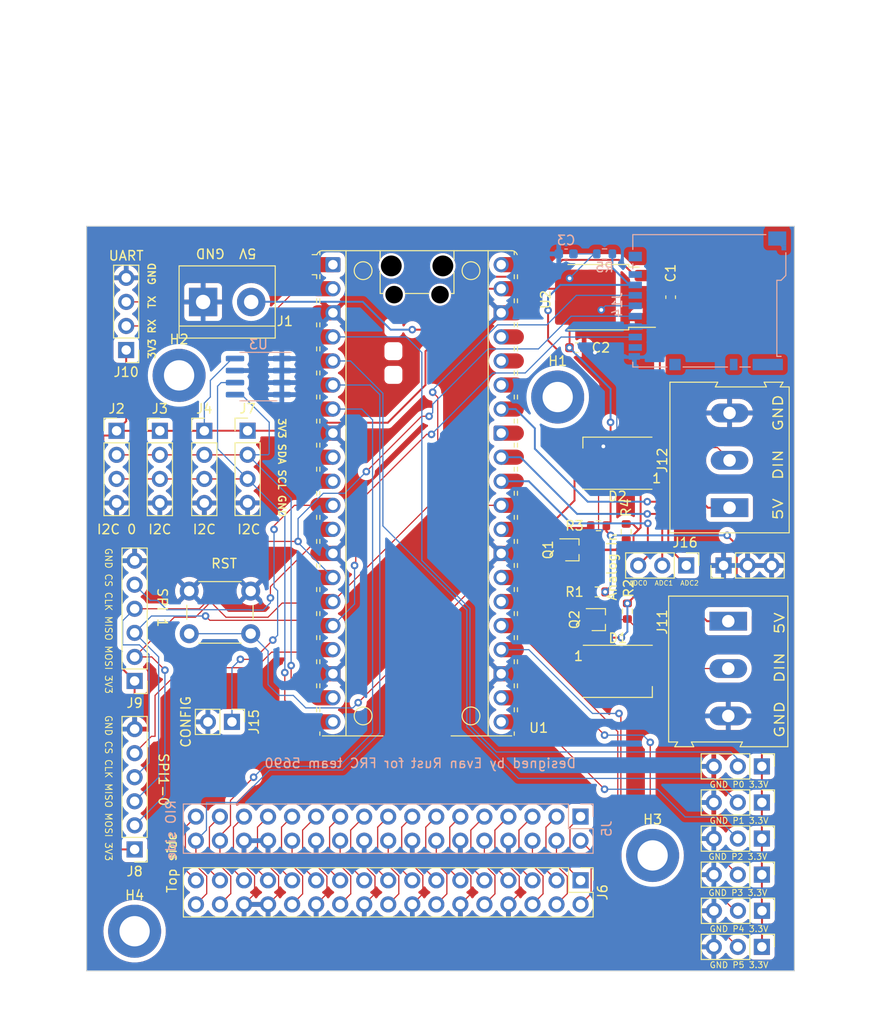
<source format=kicad_pcb>
(kicad_pcb (version 20221018) (generator pcbnew)
  (layers (0 "F.Cu" signal) (31 "B.Cu" signal) (34 "B.Paste" user) (35 "F.Paste" user) (36 "B.SilkS" user "B.Silkscreen") (37 "F.SilkS" user "F.Silkscreen") (38 "B.Mask" user) (39 "F.Mask" user) (44 "Edge.Cuts" user))
  (net 0 "")
  (net 6 "+5V")
  (net 7 "GND")
  (net 8 "+3.3V")
  (net 9 "Net-(D1-DOUT)")
  (net 10 "Net-(D1-DIN)")
  (net 11 "Net-(D2-DOUT)")
  (net 12 "Net-(D2-DIN)")
  (net 13 "/I2C1_SDA")
  (net 14 "/I2C1_SCL")
  (net 15 "/MXP_AO0")
  (net 16 "/MXP_AI0")
  (net 17 "/MXP_AO1")
  (net 18 "/MXP_AI1")
  (net 19 "AGND")
  (net 20 "/MXP_AI2")
  (net 21 "/MXP_AI3")
  (net 22 "/MXP_NAVX_UART_RX")
  (net 23 "/MXP_DIO0")
  (net 24 "/MXP_DIO1")
  (net 25 "/MXP_NAVX_UART_TX")
  (net 26 "/MXP_DIO2")
  (net 27 "/MXP_DIO3")
  (net 28 "/MXP_DIO11")
  (net 29 "/MXP_NAVX_CS")
  (net 30 "/MXP_SPI_CLK")
  (net 31 "/MXP_DIO12")
  (net 32 "/MXP_CIPO")
  (net 33 "/MXP_SPI_COPI")
  (net 34 "/MXP_DIO13")
  (net 35 "/MXP_PWM0")
  (net 36 "/MXP_PWM1")
  (net 37 "/MXP_PWM2")
  (net 38 "/MXP_I2C_SCL")
  (net 39 "/MXP_I2C_SDA")
  (net 40 "/UART0_RX")
  (net 41 "/UART0_TX")
  (net 42 "Net-(Q1-B)")
  (net 43 "/RGB_LED1")
  (net 44 "Net-(Q2-B)")
  (net 45 "/RGB_LED0")
  (net 46 "Net-(U1-RUN)")
  (net 47 "/SPI1_MOSI")
  (net 48 "/SPI1_MISO")
  (net 49 "/SPI1_CLK")
  (net 50 "/SPI1_CS0")
  (net 51 "/SPI1_CS1")
  (net 52 "/MXP_+5V")
  (net 53 "/MXP_+3.3V")
  (net 54 "/ADC2")
  (net 55 "/ADC1")
  (net 56 "/ADC0")
  (net 57 "/GPIO2")
  (net 58 "/GPIO3")
  (net 59 "/GPIO16")
  (net 60 "/GPIO17")
  (net 61 "/GPIO18")
  (net 62 "/GPIO19")
  (net 64 "/SD_CARD_CS")
  (net 66 "/CONFIG_SETUP")
  (net 67 "unconnected-(U1-GPIO7-Pad10)")
  (net 68 "unconnected-(U1-GPIO6-Pad9)")
  (footprint "Connector_PinHeader_2.54mm:PinHeader_1x04_P2.54mm_Vertical" (layer "F.Cu") (at 111.633 81.417)
    (fp_text reference "J4")
    (fp_text value "I2C 2" hide)
  )
  (footprint "Package_TO_SOT_SMD:TO-252-2" (layer "F.Cu") (at 153.162 67.31 180)
    (fp_text reference "U2")
    (fp_text value "NCP1117-3.3_TO252" hide)
  )
  (footprint "Connector_PinHeader_2.54mm:PinHeader_1x06_P2.54mm_Vertical" (layer "F.Cu") (at 104.267 107.823 180)
    (fp_text reference "J9")
    (fp_text value "SPI 1")
  )
  (footprint "Capacitor_SMD:C_0603_1608Metric" (layer "F.Cu") (at 160.909 67.31 -90)
    (fp_text reference "C1")
    (fp_text value "10uF")
  )
  (footprint "TerminalBlock:TerminalBlock_Altech_AK300-3_P5.00mm" (layer "F.Cu") (at 166.995 101.512 -90)
    (fp_text reference "J11")
    (fp_text value "LED 0")
  )
  (footprint "MountingHole:MountingHole_3.2mm_M3_DIN965_Pad" (layer "F.Cu") (at 108.966 75.565)
    (fp_text reference "H2")
    (fp_text value "MountingHole" hide)
  )
  (footprint "Connector_PinHeader_2.54mm:PinHeader_1x03_P2.54mm_Vertical" (layer "F.Cu") (at 170.561 132.08 -90)
    (fp_text reference "J21" hide)
    (fp_text value "Conn_01x03_Pin" hide)
  )
  (footprint "Connector_PinHeader_2.54mm:PinHeader_1x03_P2.54mm_Vertical" (layer "F.Cu") (at 170.546 120.65 -90)
    (fp_text reference "J18" hide)
    (fp_text value "Conn_01x03_Pin" hide)
  )
  (footprint "MountingHole:MountingHole_3.2mm_M3_DIN965_Pad" (layer "F.Cu") (at 159.004 126.238)
    (fp_text reference "H3")
    (fp_text value "MountingHole" hide)
  )
  (footprint "Connector_PinHeader_2.54mm:PinHeader_1x03_P2.54mm_Vertical" (layer "F.Cu") (at 170.546 124.46 -90)
    (fp_text reference "J19" hide)
    (fp_text value "Conn_01x03_Pin" hide)
  )
  (footprint "Connector_PinHeader_2.54mm:PinHeader_1x02_P2.54mm_Vertical" (layer "F.Cu") (at 114.554 112.141 -90)
    (fp_text reference "J15")
    (fp_text value "CONFIG")
  )
  (footprint "Connector_PinHeader_2.54mm:PinHeader_1x03_P2.54mm_Vertical" (layer "F.Cu") (at 170.546 128.27 -90)
    (fp_text reference "J20" hide)
    (fp_text value "Conn_01x03_Pin" hide)
  )
  (footprint "TerminalBlock:TerminalBlock_bornier-2_P5.08mm" (layer "F.Cu") (at 111.506 67.818)
    (fp_text reference "J1")
    (fp_text value "5V in")
  )
  (footprint "Module_RaspberryPi_Pico:RaspberryPi_Pico_Common" (layer "F.Cu") (at 134.112 88.011)
    (fp_text reference "U1")
    (fp_text value "RaspberryPi_Pico")
  )
  (footprint "Resistor_SMD:R_0603_1608Metric" (layer "F.Cu") (at 156.337 100.457 -90)
    (fp_text reference "R2")
    (fp_text value "1k")
  )
  (footprint "LED_SMD:LED_WS2812B_PLCC4_5.0x5.0mm_P3.2mm" (layer "F.Cu") (at 155.321 106.807)
    (fp_text reference "D1")
    (fp_text value "WS2812B")
  )
  (footprint "Connector_PinHeader_2.54mm:PinHeader_1x03_P2.54mm_Vertical" (layer "F.Cu") (at 162.56 95.631 -90)
    (fp_text reference "J13" hide)
    (fp_text value "Analog In")
  )
  (footprint "MountingHole:MountingHole_3.2mm_M3_DIN965_Pad" (layer "F.Cu") (at 148.971 77.851)
    (fp_text reference "H1")
    (fp_text value "MountingHole" hide)
  )
  (footprint "Connector_PinHeader_2.54mm:PinHeader_1x04_P2.54mm_Vertical" (layer "F.Cu") (at 102.362 81.417)
    (fp_text reference "J2")
    (fp_text value "I2C 0")
  )
  (footprint "Capacitor_SMD:C_0603_1608Metric" (layer "F.Cu") (at 150.99 72.644)
    (fp_text reference "C2")
    (fp_text value "10uF")
  )
  (footprint "Resistor_SMD:R_0603_1608Metric" (layer "F.Cu") (at 153.289 91.44 180)
    (fp_text reference "R3")
    (fp_text value "10k")
  )
  (footprint "Package_TO_SOT_SMD:SOT-323_SC-70" (layer "F.Cu") (at 150.495 93.98)
    (fp_text reference "Q1")
    (fp_text value "BC849W" hide)
  )
  (footprint "Connector_PinHeader_2.54mm:PinHeader_1x04_P2.54mm_Vertical" (layer "F.Cu") (at 103.378 72.888 180)
    (fp_text reference "J10")
    (fp_text value "UART")
  )
  (footprint "Button_Switch_THT:SW_PUSH_6mm" (layer "F.Cu") (at 110.034 98.334)
    (fp_text reference "SW2" hide)
    (fp_text value "SW_Push")
  )
  (footprint "Resistor_SMD:R_0603_1608Metric" (layer "F.Cu") (at 156.21 92.075 -90)
    (fp_text reference "R4")
    (fp_text value "1k")
  )
  (footprint "LED_SMD:LED_WS2812B_PLCC4_5.0x5.0mm_P3.2mm" (layer "F.Cu") (at 155.284 84.835 180)
    (fp_text reference "D2")
    (fp_text value "WS2812B")
  )
  (footprint "Connector_PinHeader_2.54mm:PinHeader_2x17_P2.54mm_Vertical" (layer "F.Cu") (at 151.388999 128.866863 -90)
    (fp_text reference "J6")
    (fp_text value "Top side")
  )
  (footprint "MountingHole:MountingHole_3.2mm_M3_DIN965_Pad" (layer "F.Cu") (at 104.267 134.239)
    (fp_text reference "H4")
    (fp_text value "MountingHole" hide)
  )
  (footprint "TerminalBlock:TerminalBlock_Altech_AK300-3_P5.00mm" (layer "F.Cu") (at 167.132 89.535 90)
    (fp_text reference "J12")
    (fp_text value "LED 1" hide)
  )
  (footprint "Resistor_SMD:R_0603_1608Metric" (layer "F.Cu") (at 153.162 98.425 180)
    (fp_text reference "R1")
    (fp_text value "10k")
  )
  (footprint "Connector_PinHeader_2.54mm:PinHeader_1x04_P2.54mm_Vertical" (layer "F.Cu") (at 116.205 81.407)
    (fp_text reference "J7")
    (fp_text value "I2C 3" hide)
  )
  (footprint "Package_TO_SOT_SMD:SOT-323_SC-70" (layer "F.Cu") (at 153.289 101.346)
    (fp_text reference "Q2")
    (fp_text value "BC849W" hide)
  )
  (footprint "Connector_PinHeader_2.54mm:PinHeader_1x03_P2.54mm_Vertical" (layer "F.Cu") (at 170.546 116.84 -90)
    (fp_text reference "J17" hide)
    (fp_text value "Conn_01x03_Pin" hide)
  )
  (footprint "Connector_PinHeader_2.54mm:PinHeader_1x03_P2.54mm_Vertical" (layer "F.Cu") (at 170.546 135.89 -90)
    (fp_text reference "J22" hide)
    (fp_text value "Conn_01x03_Pin" hide)
  )
  (footprint "Connector_PinHeader_2.54mm:PinHeader_1x06_P2.54mm_Vertical" (layer "F.Cu") (at 104.267 125.603 180)
    (fp_text reference "J8")
    (fp_text value "SPI 0")
  )
  (footprint "Connector_PinHeader_2.54mm:PinHeader_1x04_P2.54mm_Vertical" (layer "F.Cu") (at 106.934 81.417)
    (fp_text reference "J3")
    (fp_text value "I2C 1" hide)
  )
  (footprint "Connector_PinHeader_2.54mm:PinHeader_1x03_P2.54mm_Vertical" (layer "F.Cu") (at 166.497 95.631 90)
    (fp_text reference "J16")
    (fp_text value "GND")
  )
  (footprint "Resistor_SMD:R_0603_1608Metric" (layer "B.Cu") (at 153.924 62.738)
    (fp_text reference "R5")
    (fp_text value "1k")
  )
  (footprint "Connector_Card:microSD_HC_Hirose_DM3BT-DSF-PEJS" (layer "B.Cu") (at 164.794 67.694 -90)
    (fp_text reference "J14")
    (fp_text value "Micro_SD_Card")
  )
  (footprint "Capacitor_SMD:C_0603_1608Metric" (layer "B.Cu") (at 149.86 62.738 180)
    (fp_text reference "C3")
    (fp_text value "100nF")
  )
  (footprint "Connector_PinSocket_2.54mm:PinSocket_2x17_P2.54mm_Vertical" (layer "B.Cu") (at 151.384 122.140862 90)
    (fp_text reference "J5")
    (fp_text value "RIO side")
  )
  (footprint "Package_SO:SOIC-8_3.9x4.9mm_P1.27mm" (layer "B.Cu") (at 117.348 75.692 180)
    (fp_text reference "U3")
    (fp_text value "AT24CS02-SSHM")
  )
  (gr_rect (start 99.187 59.817) (end 173.99 138.43) (stroke (width 0.1)) (fill none) (layer "Edge.Cuts"))
  (gr_text "Designed by Evan Rust for FRC team 5690" (at 151.003 117.094) (layer "B.SilkS") (effects (font (size 1 1)) (justify left bottom mirror)))
  (gr_text "5V  GND" (at 117.221 62.103 180) (layer "F.SilkS") (effects (font (size 1 1)) (justify left bottom)))
  (gr_text "GND P4 3.3V" (at 164.973 134.366) (layer "F.SilkS") (effects (font (size 0.635 0.635) (thickness 0.09525)) (justify left bottom)))
  (gr_text "GND P2 3.3V" (at 164.846 126.746) (layer "F.SilkS") (effects (font (size 0.635 0.635) (thickness 0.09525)) (justify left bottom)))
  (gr_text "SPI1-0" (at 107.315 118.237 270) (layer "F.SilkS") (effects (font (size 1 1))))
  (gr_text "I2C" (at 116.332 91.821) (layer "F.SilkS") (effects (font (size 1 1))))
  (gr_text "5V  DIN  GND" (at 172.847 90.932 90) (layer "F.SilkS") (effects (font (size 1 1.27)) (justify left bottom)))
  (gr_text "GND P5 3.3V" (at 164.973 138.176) (layer "F.SilkS") (effects (font (size 0.635 0.635) (thickness 0.09525)) (justify left bottom)))
  (gr_text "GND CS CLK MISO MOSI 3V3" (at 101.092 111.379 270) (layer "F.SilkS") (effects (font (size 0.7112 0.7112) (thickness 0.1016)) (justify left bottom)))
  (gr_text "I2C" (at 106.934 91.821) (layer "F.SilkS") (effects (font (size 1 1))))
  (gr_text "3V3 SDA SCL GND" (at 119.38 80.01 270) (layer "F.SilkS") (effects (font (size 0.762 0.762)) (justify left bottom)))
  (gr_text "ADC0  ADC1  ADC2" (at 156.464 97.79) (layer "F.SilkS") (effects (font (size 0.508 0.508) (thickness 0.0762)) (justify left bottom)))
  (gr_text "GND P1 3.3V" (at 164.973 122.936) (layer "F.SilkS") (effects (font (size 0.635 0.635) (thickness 0.09525)) (justify left bottom)))
  (gr_text "GND CS CLK MISO MOSI 3V3" (at 101.092 93.726 270) (layer "F.SilkS") (effects (font (size 0.7112 0.7112) (thickness 0.1016)) (justify left bottom)))
  (gr_text "GND P0 3.3V" (at 164.973 119.126) (layer "F.SilkS") (effects (font (size 0.635 0.635) (thickness 0.09525)) (justify left bottom)))
  (gr_text "GND  DIN  5V" (at 171.831 113.919 90) (layer "F.SilkS") (effects (font (size 1 1.27)) (justify left top)))
  (gr_text "3V3 RX  TX  GND" (at 106.553 73.914 90) (layer "F.SilkS") (effects (font (size 0.762 0.762)) (justify left bottom)))
  (gr_text "I2C" (at 111.633 91.821) (layer "F.SilkS") (effects (font (size 1 1))))
  (gr_text "RST" (at 112.268 96.012) (layer "F.SilkS") (effects (font (size 1 1)) (justify left bottom)))
  (gr_text "GND P3 3.3V" (at 164.846 130.556) (layer "F.SilkS") (effects (font (size 0.635 0.635) (thickness 0.09525)) (justify left bottom)))
  (segment (start 158.202 65.03) (end 157.105 65.03) (width 0.2032) (layer "F.Cu") (net 6))
  (segment (start 161.796 86.485) (end 164.846 89.535) (width 0.2032) (layer "F.Cu") (net 6))
  (segment (start 157.105 65.03) (end 155.448 63.373) (width 0.2032) (layer "F.Cu") (net 6))
  (segment (start 157.512 91.853) (end 156.909 91.25) (width 0.2032) (layer "F.Cu") (net 6))
  (segment (start 156.929685 92.435315) (end 156.9866 92.49223) (width 0.2032) (layer "F.Cu") (net 6))
  (segment (start 159.707 66.535) (end 160.909 66.535) (width 0.2032) (layer "F.Cu") (net 6))
  (segment (start 156.591 79.756) (end 159.766 76.581) (width 0.2032) (layer "F.Cu") (net 6))
  (segment (start 159.766 76.581) (end 159.766 66.594) (width 0.2032) (layer "F.Cu") (net 6))
  (segment (start 155.321 94.97337) (end 155.321 96.71) (width 0.2032) (layer "F.Cu") (net 6))
  (segment (start 157.734 86.485) (end 157.224 86.485) (width 0.2032) (layer "F.Cu") (net 6))
  (segment (start 136.398 70.739) (end 133.985 70.739) (width 0.2032) (layer "F.Cu") (net 6))
  (segment (start 164.758 101.512) (end 166.995 101.512) (width 0.2032) (layer "F.Cu") (net 6))
  (segment (start 156.9866 92.49223) (end 156.9866 93.30777) (width 0.2032) (layer "F.Cu") (net 6))
  (segment (start 156.909 91.25) (end 156.21 91.25) (width 0.2032) (layer "F.Cu") (net 6))
  (segment (start 149.458918 63.373) (end 147.680918 65.151) (width 0.2032) (layer "F.Cu") (net 6))
  (segment (start 155.448 63.373) (end 149.458918 63.373) (width 0.2032) (layer "F.Cu") (net 6))
  (segment (start 152.871 105.157) (end 154.777 103.251) (width 0.2032) (layer "F.Cu") (net 6))
  (segment (start 133.985 70.739) (end 133.604 70.739) (width 0.2032) (layer "F.Cu") (net 6))
  (segment (start 157.512 91.853) (end 156.929685 92.435315) (width 0.2032) (layer "F.Cu") (net 6))
  (segment (start 141.986 65.151) (end 136.398 70.739) (width 0.2032) (layer "F.Cu") (net 6))
  (segment (start 164.846 89.535) (end 167.132 89.535) (width 0.2032) (layer "F.Cu") (net 6))
  (segment (start 162.941 99.695) (end 164.758 101.512) (width 0.2032) (layer "F.Cu") (net 6))
  (segment (start 159.766 66.594) (end 158.202 65.03) (width 0.2032) (layer "F.Cu") (net 6))
  (segment (start 156.591 85.852) (end 156.591 79.756) (width 0.2032) (layer "F.Cu") (net 6))
  (segment (start 156.337 99.632) (end 157.29 98.679) (width 0.2032) (layer "F.Cu") (net 6))
  (segment (start 155.321 96.71) (end 157.29 98.679) (width 0.2032) (layer "F.Cu") (net 6))
  (segment (start 156.9866 93.30777) (end 155.321 94.97337) (width 0.2032) (layer "F.Cu") (net 6))
  (segment (start 157.224 86.485) (end 156.591 85.852) (width 0.2032) (layer "F.Cu") (net 6))
  (segment (start 157.734 86.485) (end 157.734 91.631) (width 0.2032) (layer "F.Cu") (net 6))
  (segment (start 154.777 103.251) (end 155.702 103.251) (width 0.2032) (layer "F.Cu") (net 6))
  (segment (start 147.680918 65.151) (end 141.986 65.151) (width 0.2032) (layer "F.Cu") (net 6))
  (segment (start 157.734 86.485) (end 161.796 86.485) (width 0.2032) (layer "F.Cu") (net 6))
  (segment (start 157.29 98.679) (end 158.306 99.695) (width 0.2032) (layer "F.Cu") (net 6))
  (segment (start 158.306 99.695) (end 162.941 99.695) (width 0.2032) (layer "F.Cu") (net 6))
  (segment (start 157.734 91.631) (end 157.512 91.853) (width 0.2032) (layer "F.Cu") (net 6))
  (segment (start 165.227 101.981) (end 167.005 101.981) (width 0.2032) (layer "F.Cu") (net 6))
  (segment (start 158.202 65.03) (end 159.707 66.535) (width 0.2032) (layer "F.Cu") (net 6))
  (via (at 155.702 103.251) (size 0.8) (drill 0.4) (layers "F.Cu" "B.Cu") (net 6))
  (via (at 156.337 99.632) (size 0.8) (drill 0.4) (layers "F.Cu" "B.Cu") (net 6))
  (via (at 133.604 70.739) (size 0.8) (drill 0.4) (layers "F.Cu" "B.Cu") (net 6))
  (segment (start 128.373 67.794) (end 116.61 67.794) (width 0.2032) (layer "B.Cu") (net 6))
  (segment (start 156.337 102.616) (end 156.337 99.632) (width 0.2032) (layer "B.Cu") (net 6))
  (segment (start 133.604 70.739) (end 131.318 70.739) (width 0.2032) (layer "B.Cu") (net 6))
  (segment (start 131.318 70.739) (end 128.373 67.794) (width 0.2032) (layer "B.Cu") (net 6))
  (segment (start 155.702 103.251) (end 156.337 102.616) (width 0.2032) (layer "B.Cu") (net 6))
  (segment (start 128.524 127.287137) (end 129.666999 128.430136) (width 0.127) (layer "F.Cu") (net 7))
  (segment (start 139.802499 130.293363) (end 138.688999 131.406863) (width 0.127) (layer "F.Cu") (net 7))
  (segment (start 124.586999 130.268863) (end 123.448999 131.406863) (width 0.127) (layer "F.Cu") (net 7))
  (segment (start 118.364 124.680862) (end 118.364 127.287137) (width 0.127) (layer "F.Cu") (net 7))
  (segment (start 152.273 73.152) (end 151.765 72.644) (width 0.127) (layer "F.Cu") (net 7))
  (segment (start 123.444 127.287137) (end 124.586999 128.430136) (width 0.127) (layer "F.Cu") (net 7))
  (segment (start 115.824 124.680862) (end 115.824 127.287137) (width 0.127) (layer "F.Cu") (net 7))
  (segment (start 123.444 124.680862) (end 123.444 127.287137) (width 0.127) (layer "F.Cu") (net 7))
  (segment (start 152.834 83.185) (end 153.67 83.185) (width 0.127) (layer "F.Cu") (net 7))
  (segment (start 119.482499 130.293363) (end 118.368999 131.406863) (width 0.127) (layer "F.Cu") (net 7))
  (segment (start 134.722499 130.293363) (end 133.608999 131.406863) (width 0.127) (layer "F.Cu") (net 7))
  (segment (start 133.604 127.220863) (end 134.722499 128.339362) (width 0.127) (layer "F.Cu") (net 7))
  (segment (start 138.684 127.287137) (end 139.802499 128.405636) (width 0.127) (layer "F.Cu") (net 7))
  (segment (start 151.765 72.644) (end 155.148 72.644) (width 0.127) (layer "F.Cu") (net 7))
  (segment (start 115.824 127.287137) (end 116.942499 128.405636) (width 0.127) (layer "F.Cu") (net 7))
  (segment (start 118.364 127.287137) (end 119.482499 128.405636) (width 0.127) (layer "F.Cu") (net 7))
  (segment (start 133.604 124.680862) (end 133.604 127.220863) (width 0.127) (layer "F.Cu") (net 7))
  (segment (start 139.802499 128.405636) (end 139.802499 130.293363) (width 0.127) (layer "F.Cu") (net 7))
  (segment (start 144.906999 130.268863) (end 143.768999 131.406863) (width 0.127) (layer "F.Cu") (net 7))
  (segment (start 119.482499 128.405636) (end 119.482499 130.293363) (width 0.127) (layer "F.Cu") (net 7))
  (segment (start 116.942499 128.405636) (end 116.942499 130.293363) (width 0.127) (layer "F.Cu") (net 7))
  (segment (start 134.722499 128.339362) (end 134.722499 130.293363) (width 0.127) (layer "F.Cu") (net 7))
  (segment (start 138.684 124.680862) (end 138.684 127.287137) (width 0.127) (layer "F.Cu") (net 7))
  (segment (start 143.764 124.680862) (end 143.764 127.287137) (width 0.127) (layer "F.Cu") (net 7))
  (segment (start 124.586999 128.430136) (end 124.586999 130.268863) (width 0.127) (layer "F.Cu") (net 7))
  (segment (start 152.908 73.152) (end 152.273 73.152) (width 0.127) (layer "F.Cu") (net 7))
  (segment (start 129.666999 128.430136) (end 129.666999 130.268863) (width 0.127) (layer "F.Cu") (net 7))
  (segment (start 128.524 124.680862) (end 128.524 127.287137) (width 0.127) (layer "F.Cu") (net 7))
  (segment (start 155.148 72.644) (end 158.202 69.59) (width 0.127) (layer "F.Cu") (net 7))
  (segment (start 143.764 127.287137) (end 144.906999 128.430136) (width 0.127) (layer "F.Cu") (net 7))
  (segment (start 144.906999 128.430136) (end 144.906999 130.268863) (width 0.127) (layer "F.Cu") (net 7))
  (segment (start 129.666999 130.268863) (end 128.528999 131.406863) (width 0.127) (layer "F.Cu") (net 7))
  (segment (start 116.942499 130.293363) (end 115.828999 131.406863) (width 0.127) (layer "F.Cu") (net 7))
  (segment (start 153.67 83.185) (end 153.797 83.058) (width 0.127) (layer "F.Cu") (net 7))
  (via (at 152.908 73.152) (size 0.8) (drill 0.4) (layers "F.Cu" "B.Cu") (net 7))
  (via (at 153.797 83.058) (size 0.8) (drill 0.4) (layers "F.Cu" "B.Cu") (net 7))
  (segment (start 153.797 83.058) (end 155.2225 81.6325) (width 0.127) (layer "B.Cu") (net 7))
  (segment (start 155.2225 75.4665) (end 152.908 73.152) (width 0.127) (layer "B.Cu") (net 7))
  (segment (start 155.2225 81.6325) (end 155.2225 75.4665) (width 0.127) (layer "B.Cu") (net 7))
  (segment (start 116.205 81.407) (end 111.643 81.407) (width 0.2032) (layer "F.Cu") (net 8))
  (segment (start 170.546 132.065) (end 170.561 132.08) (width 0.2032) (layer "F.Cu") (net 8))
  (segment (start 150.227 72.632) (end 150.227 68.835) (width 0.2032) (layer "F.Cu") (net 8))
  (segment (start 170.561 135.875) (end 170.546 135.89) (width 0.2032) (layer "F.Cu") (net 8))
  (segment (start 104.267 109.474) (end 102.235 111.506) (width 0.2032) (layer "F.Cu") (net 8))
  (segment (start 166.878 92.456) (end 167.894 93.472) (width 0.2032) (layer "F.Cu") (net 8))
  (segment (start 167.8854 95.153991) (end 167.8854 98.2894) (width 0.2032) (layer "F.Cu") (net 8))
  (segment (start 120.8626 80.5594) (end 131.0226 80.5594) (width 0.2032) (layer "F.Cu") (net 8))
  (segment (start 167.894 93.472) (end 167.894 95.145391) (width 0.2032) (layer "F.Cu") (net 8))
  (segment (start 104.267 107.823) (end 104.267 109.474) (width 0.2032) (layer "F.Cu") (net 8))
  (segment (start 100.965 81.915) (end 101.864 81.915) (width 0.2032) (layer "F.Cu") (net 8))
  (segment (start 102.235 125.349) (end 102.489 125.603) (width 0.2032) (layer "F.Cu") (net 8))
  (segment (start 120.015 81.407) (end 120.8626 80.5594) (width 0.2032) (layer "F.Cu") (net 8))
  (segment (start 167.8854 98.2894) (end 170.546 100.95) (width 0.2032) (layer "F.Cu") (net 8))
  (segment (start 111.643 81.407) (end 111.633 81.417) (width 0.2032) (layer "F.Cu") (net 8))
  (segment (start 141.605 66.421) (end 143.002 66.421) (width 0.2032) (layer "F.Cu") (net 8))
  (segment (start 102.235 111.506) (end 102.235 125.349) (width 0.2032) (layer "F.Cu") (net 8))
  (segment (start 103.378 80.401) (end 102.362 81.417) (width 0.2032) (layer "F.Cu") (net 8))
  (segment (start 170.561 132.08) (end 170.561 135.875) (width 0.2032) (layer "F.Cu") (net 8))
  (segment (start 102.489 125.603) (end 104.267 125.603) (width 0.2032) (layer "F.Cu") (net 8))
  (segment (start 154.114 92.011) (end 154.559 92.456) (width 0.2032) (layer "F.Cu") (net 8))
  (segment (start 170.546 124.46) (end 170.546 128.27) (width 0.2032) (layer "F.Cu") (net 8))
  (segment (start 104.267 107.823) (end 102.235 105.791) (width 0.2032) (layer "F.Cu") (net 8))
  (segment (start 154.114 91.44) (end 154.114 92.011) (width 0.2032) (layer "F.Cu") (net 8))
  (segment (start 170.546 116.84) (end 170.546 120.65) (width 0.2032) (layer "F.Cu") (net 8))
  (segment (start 106.934 81.417) (end 102.362 81.417) (width 0.2032) (layer "F.Cu") (net 8))
  (segment (start 167.894 95.145391) (end 167.8854 95.153991) (width 0.2032) (layer "F.Cu") (net 8))
  (segment (start 102.235 105.791) (end 102.235 91.821) (width 0.2032) (layer "F.Cu") (net 8))
  (segment (start 135.001 76.581) (end 135.001 73.025) (width 0.2032) (layer "F.Cu") (net 8))
  (segment (start 154.559 90.995) (end 154.559 80.518) (width 0.2032) (layer "F.Cu") (net 8))
  (segment (start 116.205 81.407) (end 120.015 81.407) (width 0.2032) (layer "F.Cu") (net 8))
  (segment (start 111.633 81.417) (end 106.934 81.417) (width 0.2032) (layer "F.Cu") (net 8))
  (segment (start 103.378 72.888) (end 103.378 80.401) (width 0.2032) (layer "F.Cu") (net 8))
  (segment (start 154.114 91.44) (end 154.559 90.995) (width 0.2032) (layer "F.Cu") (net 8))
  (segment (start 100.965 90.551) (end 100.965 81.915) (width 0.2032) (layer "F.Cu") (net 8))
  (segment (start 170.546 128.27) (end 170.546 132.065) (width 0.2032) (layer "F.Cu") (net 8))
  (segment (start 102.235 91.821) (end 100.965 90.551) (width 0.2032) (layer "F.Cu") (net 8))
  (segment (start 131.0226 80.5594) (end 135.001 76.581) (width 0.2032) (layer "F.Cu") (net 8))
  (segment (start 101.864 81.915) (end 102.362 81.417) (width 0.2032) (layer "F.Cu") (net 8))
  (segment (start 135.001 73.025) (end 141.605 66.421) (width 0.2032) (layer "F.Cu") (net 8))
  (segment (start 170.546 120.65) (end 170.546 124.46) (width 0.2032) (layer "F.Cu") (net 8))
  (segment (start 150.215 72.644) (end 150.227 72.632) (width 0.2032) (layer "F.Cu") (net 8))
  (segment (start 149.591 66.421) (end 150.227 65.785) (width 0.2032) (layer "F.Cu") (net 8))
  (segment (start 143.002 66.421) (end 149.591 66.421) (width 0.2032) (layer "F.Cu") (net 8))
  (segment (start 170.546 100.95) (end 170.546 116.84) (width 0.2032) (layer "F.Cu") (net 8))
  (via (at 153.577 68.656) (size 0.8) (drill 0.4) (layers "F.Cu" "B.Cu") (net 8))
  (via (at 150.227 65.3179) (size 0.8) (drill 0.4) (layers "F.Cu" "B.Cu") (net 8))
  (via (at 166.878 92.456) (size 0.8) (drill 0.4) (layers "F.Cu" "B.Cu") (net 8))
  (via (at 150.215 72.644) (size 0.8) (drill 0.4) (layers "F.Cu" "B.Cu") (net 8))
  (via (at 153.987 98.425) (size 0.8) (drill 0.4) (layers "F.Cu" "B.Cu") (net 8))
  (via (at 154.559 92.456) (size 0.8) (drill 0.4) (layers "F.Cu" "B.Cu") (net 8))
  (via (at 154.559 80.518) (size 0.8) (drill 0.4) (layers "F.Cu" "B.Cu") (net 8))
  (segment (start 114.583223 73.787) (end 112.268 76.102223) (width 0.127) (layer "B.Cu") (net 8))
  (segment (start 114.873 73.787) (end 114.583223 73.787) (width 0.127) (layer "B.Cu") (net 8))
  (segment (start 154.559 97.853) (end 153.987 98.425) (width 0.2032) (layer "B.Cu") (net 8))
  (segment (start 150.635 62.738) (end 153.099 62.738) (width 0.127) (layer "B.Cu") (net 8))
  (segment (start 154.014 68.219) (end 157.169 68.219) (width 0.127) (layer "B.Cu") (net 8))
  (segment (start 154.559 80.518) (end 154.559 76.988) (width 0.2032) (layer "B.Cu") (net 8))
  (segment (start 112.268 76.102223) (end 112.268 77.851) (width 0.127) (layer "B.Cu") (net 8))
  (segment (start 154.559 92.456) (end 154.559 97.853) (width 0.2032) (layer "B.Cu") (net 8))
  (segment (start 112.268 77.851) (end 111.633 78.486) (width 0.127) (layer "B.Cu") (net 8))
  (segment (start 111.633 78.486) (end 111.633 81.417) (width 0.127) (layer "B.Cu") (net 8))
  (segment (start 156.718 68.453) (end 157.226 67.945) (width 0.2032) (layer "B.Cu") (net 8))
  (segment (start 152.8069 62.738) (end 150.227 65.3179) (width 0.127) (layer "B.Cu") (net 8))
  (segment (start 154.559 76.988) (end 150.215 72.644) (width 0.2032) (layer "B.Cu") (net 8))
  (segment (start 166.878 92.456) (end 154.559 92.456) (width 0.2032) (layer "B.Cu") (net 8))
  (segment (start 153.099 62.738) (end 152.8069 62.738) (width 0.127) (layer "B.Cu") (net 8))
  (segment (start 154.014 68.219) (end 153.577 68.656) (width 0.127) (layer "B.Cu") (net 8))
  (segment (start 152.871 108.457) (end 154.816 106.512) (width 0.127) (layer "F.Cu") (net 9))
  (segment (start 154.816 106.512) (end 166.995 106.512) (width 0.127) (layer "F.Cu") (net 9))
  (segment (start 157.771 102.716) (end 157.771 105.157) (width 0.127) (layer "F.Cu") (net 10))
  (segment (start 154.289 101.346) (end 156.273 101.346) (width 0.127) (layer "F.Cu") (net 10))
  (segment (start 156.273 101.346) (end 156.337 101.282) (width 0.127) (layer "F.Cu") (net 10))
  (segment (start 156.337 101.282) (end 157.771 102.716) (width 0.127) (layer "F.Cu") (net 10))
  (segment (start 157.734 83.185) (end 165.862 83.185) (width 0.127) (layer "F.Cu") (net 11))
  (segment (start 165.862 83.185) (end 167.132 84.455) (width 0.127) (layer "F.Cu") (net 11))
  (segment (start 152.834 86.485) (end 153.289 86.94) (width 0.127) (layer "F.Cu") (net 12))
  (segment (start 155.13 93.98) (end 156.21 92.9) (width 0.25) (layer "F.Cu") (net 12))
  (segment (start 153.289 86.94) (end 153.289 93.599) (width 0.127) (layer "F.Cu") (net 12))
  (segment (start 153.416 93.98) (end 153.67 93.98) (width 0.25) (layer "F.Cu") (net 12))
  (segment (start 151.495 93.98) (end 153.416 93.98) (width 0.25) (layer "F.Cu") (net 12))
  (segment (start 153.289 93.599) (end 153.67 93.98) (width 0.127) (layer "F.Cu") (net 12))
  (segment (start 153.67 93.98) (end 155.13 93.98) (width 0.25) (layer "F.Cu") (net 12))
  (segment (start 125.222 109.601) (end 122.809 109.601) (width 0.127) (layer "F.Cu") (net 13))
  (segment (start 106.934 83.957) (end 111.633 83.957) (width 0.127) (layer "F.Cu") (net 13))
  (segment (start 116.195 83.957) (end 116.205 83.947) (width 0.127) (layer "F.Cu") (net 13))
  (segment (start 111.633 83.957) (end 116.195 83.957) (width 0.127) (layer "F.Cu") (net 13))
  (segment (start 102.362 83.957) (end 106.934 83.957) (width 0.127) (layer "F.Cu") (net 13))
  (segment (start 122.809 109.601) (end 120.805 107.597) (width 0.127) (layer "F.Cu") (net 13))
  (segment (start 120.805 107.597) (end 120.805 106.196312) (width 0.127) (layer "F.Cu") (net 13))
  (via (at 120.805 106.196312) (size 0.8) (drill 0.4) (layers "F.Cu" "B.Cu") (net 13))
  (segment (start 118.491 80.518) (end 118.491 83.82) (width 0.127) (layer "B.Cu") (net 13))
  (segment (start 120.805 106.196312) (end 120.805 88.547) (width 0.127) (layer "B.Cu") (net 13))
  (segment (start 118.491 83.82) (end 118.364 83.947) (width 0.127) (layer "B.Cu") (net 13))
  (segment (start 114.873 77.597) (end 115.57 77.597) (width 0.127) (layer "B.Cu") (net 13))
  (segment (start 120.805 88.547) (end 116.205 83.947) (width 0.127) (layer "B.Cu") (net 13))
  (segment (start 118.364 83.947) (end 116.205 83.947) (width 0.127) (layer "B.Cu") (net 13))
  (segment (start 115.57 77.597) (end 118.491 80.518) (width 0.127) (layer "B.Cu") (net 13))
  (segment (start 122.428 112.141) (end 125.222 112.141) (width 0.127) (layer "F.Cu") (net 14))
  (segment (start 106.934 86.497) (end 111.633 86.497) (width 0.127) (layer "F.Cu") (net 14))
  (segment (start 116.195 86.497) (end 116.205 86.487) (width 0.127) (layer "F.Cu") (net 14))
  (segment (start 120.13688 106.939696) (end 120.13688 109.84988) (width 0.127) (layer "F.Cu") (net 14))
  (segment (start 111.633 86.497) (end 116.195 86.497) (width 0.127) (layer "F.Cu") (net 14))
  (segment (start 120.13688 109.84988) (end 122.428 112.141) (width 0.127) (layer "F.Cu") (net 14))
  (segment (start 102.362 86.497) (end 106.934 86.497) (width 0.127) (layer "F.Cu") (net 14))
  (via (at 120.13688 106.939696) (size 0.8) (drill 0.4) (layers "F.Cu" "B.Cu") (net 14))
  (segment (start 120.142 106.934576) (end 120.142 90.424) (width 0.127) (layer "B.Cu") (net 14))
  (segment (start 120.13688 106.939696) (end 120.142 106.934576) (width 0.127) (layer "B.Cu") (net 14))
  (segment (start 114.873 76.327) (end 113.411 76.327) (width 0.127) (layer "B.Cu") (net 14))
  (segment (start 113.03 76.708) (end 113.03 83.312) (width 0.127) (layer "B.Cu") (net 14))
  (segment (start 113.03 83.312) (end 116.205 86.487) (width 0.127) (layer "B.Cu") (net 14))
  (segment (start 120.142 90.424) (end 116.205 86.487) (width 0.127) (layer "B.Cu") (net 14))
  (segment (start 113.411 76.327) (end 113.03 76.708) (width 0.127) (layer "B.Cu") (net 14))
  (segment (start 152.502499 130.293363) (end 151.388999 131.406863) (width 0.127) (layer "F.Cu") (net 15))
  (segment (start 152.502499 125.799361) (end 152.502499 130.293363) (width 0.127) (layer "F.Cu") (net 15))
  (segment (start 151.384 124.680862) (end 152.502499 125.799361) (width 0.127) (layer "F.Cu") (net 15))
  (segment (start 147.7305 123.254362) (end 147.7305 127.748364) (width 0.127) (layer "F.Cu") (net 16))
  (segment (start 148.844 122.140862) (end 147.7305 123.254362) (width 0.127) (layer "F.Cu") (net 16))
  (segment (start 147.7305 127.748364) (end 148.848999 128.866863) (width 0.127) (layer "F.Cu") (net 16))
  (segment (start 148.844 124.680862) (end 148.844 127.287137) (width 0.127) (layer "F.Cu") (net 17))
  (segment (start 149.986999 128.430136) (end 149.986999 130.268863) (width 0.127) (layer "F.Cu") (net 17))
  (segment (start 149.986999 130.268863) (end 148.848999 131.406863) (width 0.127) (layer "F.Cu") (net 17))
  (segment (start 148.844 127.287137) (end 149.986999 128.430136) (width 0.127) (layer "F.Cu") (net 17))
  (segment (start 146.304 122.140862) (end 144.8775 123.567362) (width 0.127) (layer "F.Cu") (net 18))
  (segment (start 144.8775 127.435364) (end 146.308999 128.866863) (width 0.127) (layer "F.Cu") (net 18))
  (segment (start 144.8775 123.567362) (end 144.8775 127.435364) (width 0.127) (layer "F.Cu") (net 18))
  (segment (start 147.422499 128.405636) (end 147.422499 130.293363) (width 0.127) (layer "F.Cu") (net 19))
  (segment (start 146.304 124.680862) (end 146.304 127.287137) (width 0.127) (layer "F.Cu") (net 19))
  (segment (start 146.304 127.287137) (end 147.422499 128.405636) (width 0.127) (layer "F.Cu") (net 19))
  (segment (start 147.422499 130.293363) (end 146.308999 131.406863) (width 0.127) (layer "F.Cu") (net 19))
  (segment (start 142.3375 123.567362) (end 142.3375 127.435364) (width 0.127) (layer "F.Cu") (net 20))
  (segment (start 143.764 122.140862) (end 142.3375 123.567362) (width 0.127) (layer "F.Cu") (net 20))
  (segment (start 142.3375 127.435364) (end 143.768999 128.866863) (width 0.127) (layer "F.Cu") (net 20))
  (segment (start 139.7975 123.567362) (end 139.7975 127.435364) (width 0.127) (layer "F.Cu") (net 21))
  (segment (start 141.224 122.140862) (end 139.7975 123.567362) (width 0.127) (layer "F.Cu") (net 21))
  (segment (start 139.7975 127.435364) (end 141.228999 128.866863) (width 0.127) (layer "F.Cu") (net 21))
  (segment (start 142.342499 130.293363) (end 141.228999 131.406863) (width 0.127) (layer "F.Cu") (net 22))
  (segment (start 141.224 127.220863) (end 142.342499 128.339362) (width 0.127) (layer "F.Cu") (net 22))
  (segment (start 142.342499 128.339362) (end 142.342499 130.293363) (width 0.127) (layer "F.Cu") (net 22))
  (segment (start 141.224 124.680862) (end 141.224 127.220863) (width 0.127) (layer "F.Cu") (net 22))
  (segment (start 137.5705 127.748364) (end 138.688999 128.866863) (width 0.127) (layer "F.Cu") (net 23))
  (segment (start 137.5705 123.254362) (end 137.5705 127.748364) (width 0.127) (layer "F.Cu") (net 23))
  (segment (start 138.684 122.140862) (end 137.5705 123.254362) (width 0.127) (layer "F.Cu") (net 23))
  (segment (start 135.0305 127.748364) (end 136.148999 128.866863) (width 0.127) (layer "F.Cu") (net 24))
  (segment (start 135.0305 123.254362) (end 135.0305 127.748364) (width 0.127) (layer "F.Cu") (net 24))
  (segment (start 136.144 122.140862) (end 135.0305 123.254362) (width 0.127) (layer "F.Cu") (net 24))
  (segment (start 137.262499 130.293363) (end 136.148999 131.406863) (width 0.127) (layer "F.Cu") (net 25))
  (segment (start 137.262499 128.212362) (end 137.262499 130.293363) (width 0.127) (layer "F.Cu") (net 25))
  (segment (start 136.144 124.680862) (end 136.144 127.093863) (width 0.127) (layer "F.Cu") (net 25))
  (segment (start 136.144 127.093863) (end 137.262499 128.212362) (width 0.127) (layer "F.Cu") (net 25))
  (segment (start 132.4905 123.254361) (end 132.4905 127.748364) (width 0.127) (layer "F.Cu") (net 26))
  (segment (start 132.4905 127.748364) (end 133.608999 128.866863) (width 0.127) (layer "F.Cu") (net 26))
  (segment (start 133.604 122.140862) (end 132.4905 123.254361) (width 0.127) (layer "F.Cu") (net 26))
  (segment (start 129.9505 123.254362) (end 129.9505 127.748364) (width 0.127) (layer "F.Cu") (net 27))
  (segment (start 131.064 122.140862) (end 129.9505 123.254362) (width 0.127) (layer "F.Cu") (net 27))
  (segment (start 129.9505 127.748364) (end 131.068999 128.866863) (width 0.127) (layer "F.Cu") (net 27))
  (segment (start 131.064 127.287137) (end 132.182499 128.405636) (width 0.127) (layer "F.Cu") (net 28))
  (segment (start 132.182499 128.405636) (end 132.182499 130.293363) (width 0.127) (layer "F.Cu") (net 28))
  (segment (start 131.064 124.680862) (end 131.064 127.287137) (width 0.127) (layer "F.Cu") (net 28))
  (segment (start 132.182499 130.293363) (end 131.068999 131.406863) (width 0.127) (layer "F.Cu") (net 28))
  (segment (start 128.524 122.140862) (end 127.0975 123.567362) (width 0.127) (layer "F.Cu") (net 29))
  (segment (start 127.0975 123.567362) (end 127.0975 127.435364) (width 0.127) (layer "F.Cu") (net 29))
  (segment (start 127.0975 127.435364) (end 128.528999 128.866863) (width 0.127) (layer "F.Cu") (net 29))
  (segment (start 125.984 122.140862) (end 124.8705 123.254362) (width 0.127) (layer "F.Cu") (net 30))
  (segment (start 124.8705 123.254362) (end 124.8705 127.748364) (width 0.127) (layer "F.Cu") (net 30))
  (segment (start 124.8705 127.748364) (end 125.988999 128.866863) (width 0.127) (layer "F.Cu") (net 30))
  (segment (start 125.984 124.680862) (end 125.984 127.287137) (width 0.127) (layer "F.Cu") (net 31))
  (segment (start 125.984 127.287137) (end 127.102499 128.405636) (width 0.127) (layer "F.Cu") (net 31))
  (segment (start 127.102499 128.405636) (end 127.102499 130.293363) (width 0.127) (layer "F.Cu") (net 31))
  (segment (start 127.102499 130.293363) (end 125.988999 131.406863) (width 0.127) (layer "F.Cu") (net 31))
  (segment (start 122.0175 127.435364) (end 123.448999 128.866863) (width 0.127) (layer "F.Cu") (net 32))
  (segment (start 122.0175 123.567362) (end 122.0175 127.435364) (width 0.127) (layer "F.Cu") (net 32))
  (segment (start 123.444 122.140862) (end 122.0175 123.567362) (width 0.127) (layer "F.Cu") (net 32))
  (segment (start 119.7905 127.748364) (end 120.908999 128.866863) (width 0.127) (layer "F.Cu") (net 33))
  (segment (start 119.7905 123.254362) (end 119.7905 127.748364) (width 0.127) (layer "F.Cu") (net 33))
  (segment (start 120.904 122.140862) (end 119.7905 123.254362) (width 0.127) (layer "F.Cu") (net 33))
  (segment (start 120.904 124.680862) (end 120.904 127.287137) (width 0.127) (layer "F.Cu") (net 34))
  (segment (start 122.022499 130.293363) (end 120.908999 131.406863) (width 0.127) (layer "F.Cu") (net 34))
  (segment (start 122.022499 128.405636) (end 122.022499 130.293363) (width 0.127) (layer "F.Cu") (net 34))
  (segment (start 120.904 127.287137) (end 122.022499 128.405636) (width 0.127) (layer "F.Cu") (net 34))
  (segment (start 117.2505 123.254362) (end 117.2505 127.748364) (width 0.127) (layer "F.Cu") (net 35))
  (segment (start 117.2505 127.748364) (end 118.368999 128.866863) (width 0.127) (layer "F.Cu") (net 35))
  (segment (start 118.364 122.140862) (end 117.2505 123.254362) (width 0.127) (layer "F.Cu") (net 35))
  (segment (start 115.824 122.140862) (end 114.7105 123.254362) (width 0.127) (layer "F.Cu") (net 36))
  (segment (start 114.7105 123.254362) (end 114.7105 127.748364) (width 0.127) (layer "F.Cu") (net 36))
  (segment (start 114.7105 127.748364) (end 115.828999 128.866863) (width 0.127) (layer "F.Cu") (net 36))
  (segment (start 112.1705 127.748364) (end 113.288999 128.866863) (width 0.127) (layer "F.Cu") (net 37))
  (segment (start 112.1705 123.254362) (end 112.1705 127.748364) (width 0.127) (layer "F.Cu") (net 37))
  (segment (start 113.284 122.140862) (end 112.1705 123.254362) (width 0.127) (layer "F.Cu") (net 37))
  (segment (start 114.3975 123.059361) (end 114.3975 120.4255) (width 0.127) (layer "F.Cu") (net 38))
  (segment (start 114.426999 130.268863) (end 113.288999 131.406863) (width 0.127) (layer "F.Cu") (net 38))
  (segment (start 113.284 124.172861) (end 114.3975 123.059361) (width 0.127) (layer "F.Cu") (net 38))
  (segment (start 114.3975 120.4255) (end 116.84 117.983) (width 0.127) (layer "F.Cu") (net 38))
  (segment (start 113.284 127.287137) (end 114.426999 128.430136) (width 0.127) (layer "F.Cu") (net 38))
  (segment (start 113.284 124.680862) (end 113.284 127.287137) (width 0.127) (layer "F.Cu") (net 38))
  (segment (start 113.284 124.680862) (end 113.284 124.172861) (width 0.127) (layer "F.Cu") (net 38))
  (segment (start 114.426999 128.430136) (end 114.426999 130.268863) (width 0.127) (layer "F.Cu") (net 38))
  (via (at 116.84 117.983) (size 0.8) (drill 0.4) (layers "F.Cu" "B.Cu") (net 38))
  (segment (start 125.222 79.121) (end 128.27 79.121) (width 0.127) (layer "B.Cu") (net 38))
  (segment (start 129.413 113.284) (end 127 115.697) (width 0.127) (layer "B.Cu") (net 38))
  (segment (start 129.413 80.264) (end 129.413 113.284) (width 0.127) (layer "B.Cu") (net 38))
  (segment (start 127 115.697) (end 125.857 116.84) (width 0.127) (layer "B.Cu") (net 38))
  (segment (start 125.857 116.84) (end 125.73 116.84) (width 0.127) (layer "B.Cu") (net 38))
  (segment (start 117.983 116.84) (end 116.84 117.983) (width 0.127) (layer "B.Cu") (net 38))
  (segment (start 128.27 79.121) (end 129.413 80.264) (width 0.127) (layer "B.Cu") (net 38))
  (segment (start 125.73 116.84) (end 117.983 116.84) (width 0.127) (layer "B.Cu") (net 38))
  (segment (start 110.744 124.680862) (end 110.744 127.287137) (width 0.127) (layer "F.Cu") (net 39))
  (segment (start 110.744 127.287137) (end 111.886999 128.430136) (width 0.127) (layer "F.Cu") (net 39))
  (segment (start 111.886999 128.430136) (end 111.886999 130.268863) (width 0.127) (layer "F.Cu") (net 39))
  (segment (start 111.886999 130.268863) (end 110.748999 131.406863) (width 0.127) (layer "F.Cu") (net 39))
  (segment (start 111.8575 120.646361) (end 115.11497 120.646361) (width 0.127) (layer "B.Cu") (net 39))
  (segment (start 111.8575 123.567362) (end 111.8575 120.646361) (width 0.127) (layer "B.Cu") (net 39))
  (segment (start 118.540331 117.221) (end 126.238 117.221) (width 0.127) (layer "B.Cu") (net 39))
  (segment (start 126.238 117.221) (end 130.175 113.284) (width 0.127) (layer "B.Cu") (net 39))
  (segment (start 130.175 77.597) (end 129.159 76.581) (width 0.127) (layer "B.Cu") (net 39))
  (segment (start 115.11497 120.646361) (end 118.540331 117.221) (width 0.127) (layer "B.Cu") (net 39))
  (segment (start 130.175 113.284) (end 130.175 77.597) (width 0.127) (layer "B.Cu") (net 39))
  (segment (start 129.159 76.581) (end 125.222 76.581) (width 0.127) (layer "B.Cu") (net 39))
  (segment (start 110.744 124.680862) (end 111.8575 123.567362) (width 0.127) (layer "B.Cu") (net 39))
  (segment (start 121.412 66.421) (end 125.222 66.421) (width 0.127) (layer "F.Cu") (net 40))
  (segment (start 103.378 70.348) (end 117.485 70.348) (width 0.127) (layer "F.Cu") (net 40))
  (segment (start 117.485 70.348) (end 121.412 66.421) (width 0.127) (layer "F.Cu") (net 40))
  (segment (start 125.222 63.881) (end 108.712 63.881) (width 0.127) (layer "F.Cu") (net 41))
  (segment (start 108.712 63.881) (end 104.785 67.808) (width 0.127) (layer "F.Cu") (net 41))
  (segment (start 104.785 67.808) (end 103.378 67.808) (width 0.127) (layer "F.Cu") (net 41))
  (segment (start 152.464 91.44) (end 152.416 91.488) (width 0.127) (layer "F.Cu") (net 42))
  (segment (start 149.495 93.33) (end 149.495 92.059) (width 0.25) (layer "F.Cu") (net 42))
  (segment (start 149.86 91.694) (end 152.21 91.694) (width 0.25) (layer "F.Cu") (net 42))
  (segment (start 152.21 91.694) (end 152.464 91.44) (width 0.25) (layer "F.Cu") (net 42))
  (segment (start 149.495 92.059) (end 149.86 91.694) (width 0.25) (layer "F.Cu") (net 42))
  (segment (start 149.098 96.901) (end 149.495 96.504) (width 0.127) (layer "F.Cu") (net 43))
  (segment (start 149.495 96.504) (end 149.495 94.63) (width 0.127) (layer "F.Cu") (net 43))
  (segment (start 143.002 96.901) (end 149.098 96.901) (width 0.127) (layer "F.Cu") (net 43))
  (segment (start 152.289 98.473) (end 152.289 100.696) (width 0.127) (layer "F.Cu") (net 44))
  (segment (start 152.337 98.425) (end 152.289 98.473) (width 0.127) (layer "F.Cu") (net 44))
  (segment (start 148.209 99.441) (end 150.764 101.996) (width 0.127) (layer "F.Cu") (net 45))
  (segment (start 143.002 99.441) (end 148.209 99.441) (width 0.127) (layer "F.Cu") (net 45))
  (segment (start 150.764 101.996) (end 152.289 101.996) (width 0.127) (layer "F.Cu") (net 45))
  (segment (start 141.478 89.281) (end 143.002 89.281) (width 0.127) (layer "F.Cu") (net 46))
  (segment (start 139.827 90.932) (end 141.478 89.281) (width 0.127) (layer "F.Cu") (net 46))
  (segment (start 139.827 98.171) (end 139.827 90.932) (width 0.127) (layer "F.Cu") (net 46))
  (segment (start 127.889 110.109) (end 139.827 98.171) (width 0.127) (layer "F.Cu") (net 46))
  (via (at 127.889 110.109) (size 0.8) (drill 0.4) (layers "F.Cu" "B.Cu") (net 46))
  (segment (start 122.3485 110.6645) (end 127.3335 110.6645) (width 0.127) (layer "B.Cu") (net 46))
  (segment (start 110.034 102.834) (end 116.534 102.834) (width 0.127) (layer "B.Cu") (net 46))
  (segment (start 119.507 109.347) (end 121.031 109.347) (width 0.127) (layer "B.Cu") (net 46))
  (segment (start 127.3335 110.6645) (end 127.889 110.109) (width 0.127) (layer "B.Cu") (net 46))
  (segment (start 116.534 102.834) (end 118.368188 104.668188) (width 0.127) (layer "B.Cu") (net 46))
  (segment (start 118.368188 108.208188) (end 119.507 109.347) (width 0.127) (layer "B.Cu") (net 46))
  (segment (start 121.031 109.347) (end 121.92 110.236) (width 0.127) (layer "B.Cu") (net 46))
  (segment (start 121.92 110.236) (end 122.3485 110.6645) (width 0.127) (layer "B.Cu") (net 46))
  (segment (start 118.368188 104.668188) (end 118.368188 108.208188) (width 0.127) (layer "B.Cu") (net 46))
  (segment (start 113.93063 96.901) (end 113.93063 97.859818) (width 0.127) (layer "F.Cu") (net 47))
  (segment (start 113.93063 97.859818) (end 110.698448 101.092) (width 0.127) (layer "F.Cu") (net 47))
  (segment (start 119.8585 99.5975) (end 118.364 101.092) (width 0.127) (layer "F.Cu") (net 47))
  (segment (start 108.458 101.092) (end 104.267 105.283) (width 0.127) (layer "F.Cu") (net 47))
  (segment (start 110.698448 101.092) (end 108.458 101.092) (width 0.127) (layer "F.Cu") (net 47))
  (segment (start 118.364 101.092) (end 113.919 101.092) (width 0.127) (layer "F.Cu") (net 47))
  (segment (start 136.2995 77.8795) (end 135.763 77.343) (width 0.127) (layer "F.Cu") (net 47))
  (segment (start 125.222 99.441) (end 125.0655 99.5975) (width 0.127) (layer "F.Cu") (net 47))
  (segment (start 106.073 105.283) (end 104.267 105.283) (width 0.127) (layer "F.Cu") (net 47))
  (segment (start 107.47 106.68) (end 106.073 105.283) (width 0.127) (layer "F.Cu") (net 47))
  (segment (start 124.079 99.441) (end 125.222 99.441) (width 0.127) (layer "F.Cu") (net 47))
  (segment (start 113.919 101.092) (end 112.308724 99.481724) (width 0.127) (layer "F.Cu") (net 47))
  (segment (start 125.222 99.441) (end 136.2995 88.3635) (width 0.127) (layer "F.Cu") (net 47))
  (segment (start 136.2995 88.3635) (end 136.2995 77.8795) (width 0.127) (layer "F.Cu") (net 47))
  (segment (start 125.0655 99.5975) (end 119.8585 99.5975) (width 0.127) (layer "F.Cu") (net 47))
  (via (at 107.47 106.68) (size 0.8) (drill 0.4) (layers "F.Cu" "B.Cu") (net 47))
  (via (at 135.763 77.343) (size 0.8) (drill 0.4) (layers "F.Cu" "B.Cu") (net 47))
  (segment (start 142.621 70.231) (end 135.763 77.089) (width 0.127) (layer "B.Cu") (net 47))
  (segment (start 157.169 67.119) (end 150.94 67.119) (width 0.127) (layer "B.Cu") (net 47))
  (segment (start 148.717 69.342) (end 147.828 70.231) (width 0.127) (layer "B.Cu") (net 47))
  (segment (start 147.828 70.231) (end 142.621 70.231) (width 0.127) (layer "B.Cu") (net 47))
  (segment (start 150.94 67.119) (end 148.717 69.342) (width 0.127) (layer "B.Cu") (net 47))
  (segment (start 107.47 119.86) (end 107.47 106.68) (width 0.127) (layer "B.Cu") (net 47))
  (segment (start 135.763 77.089) (end 135.763 77.343) (width 0.127) (layer "B.Cu") (net 47))
  (segment (start 104.267 123.063) (end 107.47 119.86) (width 0.127) (layer "B.Cu") (net 47))
  (segment (start 125.222 101.981) (end 123.063 101.981) (width 0.127) (layer "F.Cu") (net 48))
  (segment (start 135.636 81.788) (end 135.128 81.788) (width 0.127) (layer "F.Cu") (net 48))
  (segment (start 112.214 101.419) (end 111.761536 100.966536) (width 0.127) (layer "F.Cu") (net 48))
  (segment (start 125.222 101.981) (end 124.66 101.419) (width 0.127) (layer "F.Cu") (net 48))
  (segment (start 124.66 101.419) (end 112.214 101.419) (width 0.127) (layer "F.Cu") (net 48))
  (segment (start 127.635 95.504) (end 127.508 95.631) (width 0.127) (layer "F.Cu") (net 48))
  (segment (start 135.128 81.788) (end 127.635 89.281) (width 0.127) (layer "F.Cu") (net 48))
  (segment (start 127.635 89.281) (end 127.635 95.504) (width 0.127) (layer "F.Cu") (net 48))
  (via (at 127.508 95.631) (size 0.8) (drill 0.4) (layers "F.Cu" "B.Cu") (net 48))
  (via (at 135.636 81.788) (size 0.8) (drill 0.4) (layers "F.Cu" "B.Cu") (net 48))
  (via (at 111.761536 100.966536) (size 0.8) (drill 0.4) (layers "F.Cu" "B.Cu") (net 48))
  (segment (start 106.807 117.983) (end 104.267 120.523) (width 0.127) (layer "B.Cu") (net 48))
  (segment (start 149.334 71.519) (end 145.542 75.311) (width 0.127) (layer "B.Cu") (net 48))
  (segment (start 142.113 75.311) (end 140.462 76.962) (width 0.127) (layer "B.Cu") (net 48))
  (segment (start 140.462 76.962) (end 135.636 81.788) (width 0.127) (layer "B.Cu") (net 48))
  (segment (start 127.508 95.631) (end 127.508 99.695) (width 0.127) (layer "B.Cu") (net 48))
  (segment (start 104.267 102.743) (end 106.807 105.283) (width 0.127) (layer "B.Cu") (net 48))
  (segment (start 106.807 105.283) (end 106.807 117.983) (width 0.127) (layer "B.Cu") (net 48))
  (segment (start 127.508 99.695) (end 125.222 101.981) (width 0.127) (layer "B.Cu") (net 48))
  (segment (start 145.542 75.311) (end 142.113 75.311) (width 0.127) (layer "B.Cu") (net 48))
  (segment (start 106.043464 100.966536) (end 104.267 102.743) (width 0.127) (layer "B.Cu") (net 48))
  (segment (start 111.761536 100.966536) (end 106.043464 100.966536) (width 0.127) (layer "B.Cu") (net 48))
  (segment (start 157.169 71.519) (end 149.334 71.519) (width 0.127) (layer "B.Cu") (net 48))
  (segment (start 135.382 79.883) (end 134.592 79.883) (width 0.127) (layer "F.Cu") (net 49))
  (segment (start 121.539 93.091) (end 115.443 93.091) (width 0.127) (layer "F.Cu") (net 49))
  (segment (start 111.125 100.203) (end 104.267 100.203) (width 0.127) (layer "F.Cu") (net 49))
  (segment (start 113.03 98.298) (end 111.125 100.203) (width 0.127) (layer "F.Cu") (net 49))
  (segment (start 115.443 93.091) (end 113.03 95.504) (width 0.127) (layer "F.Cu") (net 49))
  (segment (start 113.03 95.504) (end 113.03 98.298) (width 0.127) (layer "F.Cu") (net 49))
  (segment (start 134.592 79.883) (end 128.75 85.725) (width 0.127) (layer "F.Cu") (net 49))
  (via (at 121.539 93.091) (size 0.8) (drill 0.4) (layers "F.Cu" "B.Cu") (net 49))
  (via (at 128.75 85.725) (size 0.8) (drill 0.4) (layers "F.Cu" "B.Cu") (net 49))
  (via (at 135.382 79.883) (size 0.8) (drill 0.4) (layers "F.Cu" "B.Cu") (net 49))
  (segment (start 150.391 69.319) (end 146.939 72.771) (width 0.127) (layer "B.Cu") (net 49))
  (segment (start 105.791 105.029) (end 104.775 104.013) (width 0.127) (layer "B.Cu") (net 49))
  (segment (start 104.267 117.983) (end 105.791 116.459) (width 0.127) (layer "B.Cu") (net 49))
  (segment (start 125.222 96.901) (end 121.539 93.218) (width 0.127) (layer "B.Cu") (net 49))
  (segment (start 126.464 88.011) (end 128.75 85.725) (width 0.127) (layer "B.Cu") (net 49))
  (segment (start 141.605 72.771) (end 135.763 78.613) (width 0.127) (layer "B.Cu") (net 49))
  (segment (start 157.169 69.319) (end 150.391 69.319) (width 0.127) (layer "B.Cu") (net 49))
  (segment (start 121.539 93.091) (end 121.539 90.678) (width 0.127) (layer "B.Cu") (net 49))
  (segment (start 146.939 72.771) (end 141.605 72.771) (width 0.127) (layer "B.Cu") (net 49))
  (segment (start 121.539 93.218) (end 121.539 93.091) (width 0.127) (layer "B.Cu") (net 49))
  (segment (start 104.775 104.013) (end 102.997 104.013) (width 0.127) (layer "B.Cu") (net 49))
  (segment (start 124.206 88.011) (end 126.464 88.011) (width 0.127) (layer "B.Cu") (net 49))
  (segment (start 135.763 79.502) (end 135.382 79.883) (width 0.127) (layer "B.Cu") (net 49))
  (segment (start 121.539 90.678) (end 124.206 88.011) (width 0.127) (layer "B.Cu") (net 49))
  (segment (start 105.791 116.459) (end 105.791 105.029) (width 0.127) (layer "B.Cu") (net 49))
  (segment (start 102.997 104.013) (end 102.997 101.473) (width 0.127) (layer "B.Cu") (net 49))
  (segment (start 102.997 101.473) (end 104.267 100.203) (width 0.127) (layer "B.Cu") (net 49))
  (segment (start 135.763 78.613) (end 135.763 79.502) (width 0.127) (layer "B.Cu") (net 49))
  (segment (start 118.745 104.775) (end 124.968 104.775) (width 0.127) (layer "F.Cu") (net 50))
  (segment (start 106.426 113.665) (end 106.426 109.347) (width 0.127) (layer "F.Cu") (net 50))
  (segment (start 106.045 113.665) (end 106.426 113.665) (width 0.127) (layer "F.Cu") (net 50))
  (segment (start 124.968 104.775) (end 125.222 104.521) (width 0.127) (layer "F.Cu") (net 50))
  (segment (start 106.426 109.347) (end 109.347 106.426) (width 0.127) (layer "F.Cu") (net 50))
  (segment (start 109.347 106.426) (end 117.094 106.426) (width 0.127) (layer "F.Cu") (net 50))
  (segment (start 117.094 106.426) (end 118.745 104.775) (width 0.127) (layer "F.Cu") (net 50))
  (segment (start 104.267 115.443) (end 106.045 113.665) (width 0.127) (layer "F.Cu") (net 50))
  (segment (start 125.222 91.821) (end 124.09063 91.821) (width 0.127) (layer "F.Cu") (net 51))
  (segment (start 118.618 97.860983) (end 124.657983 91.821) (width 0.127) (layer "F.Cu") (net 51))
  (segment (start 118.618 99.06) (end 118.618 97.860983) (width 0.127) (layer "F.Cu") (net 51))
  (segment (start 124.657983 91.821) (end 125.222 91.821) (width 0.127) (layer "F.Cu") (net 51))
  (via (at 118.618 99.06) (size 0.8) (drill 0.4) (layers "F.Cu" "B.Cu") (net 51))
  (segment (start 116.459 100.33) (end 116.432036 100.303036) (width 0.127) (layer "B.Cu") (net 51))
  (segment (start 118.618 99.568) (end 118.618 99.06) (width 0.127) (layer "B.Cu") (net 51))
  (segment (start 105.918 99.314) (end 104.267 97.663) (width 0.127) (layer "B.Cu") (net 51))
  (segment (start 116.432036 100.303036) (end 107.669036 100.303036) (width 0.127) (layer "B.Cu") (net 51))
  (segment (start 107.669036 100.303036) (end 106.68 99.314) (width 0.127) (layer "B.Cu") (net 51))
  (segment (start 117.856 100.33) (end 118.618 99.568) (width 0.127) (layer "B.Cu") (net 51))
  (segment (start 117.856 100.33) (end 116.459 100.33) (width 0.127) (layer "B.Cu") (net 51))
  (segment (start 106.68 99.314) (end 105.918 99.314) (width 0.127) (layer "B.Cu") (net 51))
  (segment (start 150.2705 127.748364) (end 151.388999 128.866863) (width 0.127) (layer "F.Cu") (net 52))
  (segment (start 150.2705 123.254362) (end 150.2705 127.748364) (width 0.127) (layer "F.Cu") (net 52))
  (segment (start 151.384 122.140862) (end 150.2705 123.254362) (width 0.127) (layer "F.Cu") (net 52))
  (segment (start 110.744 122.140862) (end 109.6305 123.254362) (width 0.127) (layer "F.Cu") (net 53))
  (segment (start 109.6305 127.748364) (end 110.748999 128.866863) (width 0.127) (layer "F.Cu") (net 53))
  (segment (start 109.6305 123.254362) (end 109.6305 127.748364) (width 0.127) (layer "F.Cu") (net 53))
  (segment (start 158.4351 88.9) (end 160.02 88.9) (width 0.2032) (layer "F.Cu") (net 54))
  (segment (start 160.02 88.9) (end 160.655 89.535) (width 0.2032) (layer "F.Cu") (net 54))
  (segment (start 160.655 94.107) (end 161.036 94.107) (width 0.2032) (layer "F.Cu") (net 54))
  (segment (start 144.13337 79.121) (end 144.84137 78.413) (width 0.127) (layer "F.Cu") (net 54))
  (segment (start 143.002 79.121) (end 144.13337 79.121) (width 0.127) (layer "F.Cu") (net 54))
  (segment (start 161.036 94.107) (end 162.56 95.631) (width 0.2032) (layer "F.Cu") (net 54))
  (segment (start 160.655 89.535) (end 160.655 94.107) (width 0.2032) (layer "F.Cu") (net 54))
  (via (at 158.4351 88.9) (size 0.8) (drill 0.4) (layers "F.Cu" "B.Cu") (net 54))
  (segment (start 158.4351 88.9) (end 152.146 88.9) (width 0.2032) (layer "B.Cu") (net 54))
  (segment (start 146.558 81.153) (end 144.526 79.121) (width 0.2032) (layer "B.Cu") (net 54))
  (segment (start 144.526 79.121) (end 143.002 79.121) (width 0.2032) (layer "B.Cu") (net 54))
  (segment (start 146.558 83.312) (end 146.558 81.153) (width 0.2032) (layer "B.Cu") (net 54))
  (segment (start 152.146 88.9) (end 146.558 83.312) (width 0.2032) (layer "B.Cu") (net 54))
  (segment (start 160.02 91.44) (end 160.02 95.631) (width 0.2032) (layer "F.Cu") (net 55))
  (segment (start 158.4351 90.188355) (end 159.447436 90.188355) (width 0.2032) (layer "F.Cu") (net 55))
  (segment (start 159.447436 90.867436) (end 160.02 91.44) (width 0.2032) (layer "F.Cu") (net 55))
  (segment (start 159.447436 90.188355) (end 159.447436 90.867436) (width 0.2032) (layer "F.Cu") (net 55))
  (via (at 158.4351 90.188355) (size 0.8) (drill 0.4) (layers "F.Cu" "B.Cu") (net 55))
  (segment (start 151.021355 90.188355) (end 145.034 84.201) (width 0.2032) (layer "B.Cu") (net 55))
  (segment (start 145.034 84.201) (end 143.002 84.201) (width 0.2032) (layer "B.Cu") (net 55))
  (segment (start 158.4351 90.188355) (end 151.021355 90.188355) (width 0.2032) (layer "B.Cu") (net 55))
  (segment (start 144.78 86.741) (end 143.002 86.741) (width 0.127) (layer "F.Cu") (net 56))
  (segment (start 158.496 94.615) (end 157.48 95.631) (width 0.2032) (layer "F.Cu") (net 56))
  (segment (start 158.496 91.186) (end 158.496 94.615) (width 0.2032) (layer "F.Cu") (net 56))
  (via (at 158.496 91.186) (size 0.8) (drill 0.4) (layers "F.Cu" "B.Cu") (net 56))
  (segment (start 158.496 91.186) (end 150.368 91.186) (width 0.2032) (layer "B.Cu") (net 56))
  (segment (start 145.923 86.741) (end 143.002 86.741) (width 0.2032) (layer "B.Cu") (net 56))
  (segment (start 150.368 91.186) (end 145.923 86.741) (width 0.2032) (layer "B.Cu") (net 56))
  (segment (start 168.006 116.063) (end 168.006 116.84) (width 0.127) (layer "B.Cu") (net 57))
  (segment (start 125.222 71.501) (end 132.969 71.501) (width 0.127) (layer "B.Cu") (net 57))
  (segment (start 142.494 115.316) (end 167.259 115.316) (width 0.127) (layer "B.Cu") (net 57))
  (segment (start 167.259 115.316) (end 168.006 116.063) (width 0.127) (layer "B.Cu") (net 57))
  (segment (start 134.62 73.152) (end 134.62 95.103017) (width 0.127) (layer "B.Cu") (net 57))
  (segment (start 139.7 112.522) (end 142.494 115.316) (width 0.127) (layer "B.Cu") (net 57))
  (segment (start 132.969 71.501) (end 134.62 73.152) (width 0.127) (layer "B.Cu") (net 57))
  (segment (start 134.62 95.103017) (end 139.7 100.183017) (width 0.127) (layer "B.Cu") (net 57))
  (segment (start 139.7 100.183017) (end 139.7 112.522) (width 0.127) (layer "B.Cu") (net 57))
  (segment (start 139.373 112.657448) (end 144.825552 118.11) (width 0.127) (layer "B.Cu") (net 58))
  (segment (start 127.081448 74.041) (end 130.502 77.461552) (width 0.127) (layer "B.Cu") (net 58))
  (segment (start 130.502 91.459) (end 139.373 100.33) (width 0.127) (layer "B.Cu") (net 58))
  (segment (start 130.502 77.461552) (end 130.502 91.459) (width 0.127) (layer "B.Cu") (net 58))
  (segment (start 125.222 74.041) (end 127.081448 74.041) (width 0.127) (layer "B.Cu") (net 58))
  (segment (start 144.825552 118.11) (end 165.466 118.11) (width 0.127) (layer "B.Cu") (net 58))
  (segment (start 165.466 118.11) (end 168.006 120.65) (width 0.127) (layer "B.Cu") (net 58))
  (segment (start 139.373 100.33) (end 139.373 112.657448) (width 0.127) (layer "B.Cu") (net 58))
  (segment (start 153.924 119.253) (end 146.812 112.141) (width 0.127) (layer "F.Cu") (net 59))
  (segment (start 146.812 112.141) (end 143.002 112.141) (width 0.127) (layer "F.Cu") (net 59))
  (via (at 153.924 119.253) (size 0.8) (drill 0.4) (layers "F.Cu" "B.Cu") (net 59))
  (segment (start 162.433 122.174) (end 159.512 119.253) (width 0.127) (layer "B.Cu") (net 59))
  (segment (start 165.72 122.174) (end 162.433 122.174) (width 0.127) (layer "B.Cu") (net 59))
  (segment (start 168.006 124.46) (end 165.72 122.174) (width 0.127) (layer "B.Cu") (net 59))
  (segment (start 159.512 119.253) (end 153.924 119.253) (width 0.127) (layer "B.Cu") (net 59))
  (segment (start 158.75 120.904) (end 164.084 126.238) (width 0.127) (layer "F.Cu") (net 60))
  (segment (start 143.002 109.601) (end 149.987 109.601) (width 0.127) (layer "F.Cu") (net 60))
  (segment (start 158.75 114.3) (end 158.75 120.904) (width 0.127) (layer "F.Cu") (net 60))
  (segment (start 165.974 126.238) (end 168.006 128.27) (width 0.127) (layer "F.Cu") (net 60))
  (segment (start 164.084 126.238) (end 165.974 126.238) (width 0.127) (layer "F.Cu") (net 60))
  (segment (start 149.987 109.601) (end 153.924 113.538) (width 0.127) (layer "F.Cu") (net 60))
  (via (at 153.924 113.538) (size 0.8) (drill 0.4) (layers "F.Cu" "B.Cu") (net 60))
  (via (at 158.75 114.3) (size 0.8) (drill 0.4) (layers "F.Cu" "B.Cu") (net 60))
  (segment (start 157.988 113.538) (end 158.75 114.3) (width 0.127) (layer "B.Cu") (net 60))
  (segment (start 153.924 113.538) (end 157.988 113.538) (width 0.127) (layer "B.Cu") (net 60))
  (segment (start 155.648 128.978) (end 155.648 111.452) (width 0.127) (layer "F.Cu") (net 61))
  (segment (start 168.021 132.08) (end 167.701273 132.08) (width 0.127) (layer "F.Cu") (net 61))
  (segment (start 165.669273 130.048) (end 156.718 130.048) (width 0.127) (layer "F.Cu") (net 61))
  (segment (start 155.648 111.452) (end 155.448 111.252) (width 0.127) (layer "F.Cu") (net 61))
  (segment (start 167.701273 132.08) (end 165.669273 130.048) (width 0.127) (layer "F.Cu") (net 61))
  (segment (start 156.718 130.048) (end 155.648 128.978) (width 0.127) (layer "F.Cu") (net 61))
  (via (at 155.448 111.252) (size 0.8) (drill 0.4) (layers "F.Cu" "B.Cu") (net 61))
  (segment (start 152.654 111.252) (end 145.923 104.521) (width 0.127) (layer "B.Cu") (net 61))
  (segment (start 155.448 111.252) (end 152.654 111.252) (width 0.127) (layer "B.Cu") (net 61))
  (segment (start 145.923 104.521) (end 143.002 104.521) (width 0.127) (layer "B.Cu") (net 61))
  (segment (start 144.13337 101.981) (end 155.321 113.16863) (width 0.127) (layer "F.Cu") (net 62))
  (segment (start 166.355 134.239) (end 168.006 135.89) (width 0.127) (layer "F.Cu") (net 62))
  (segment (start 159.131 134.239) (end 166.355 134.239) (width 0.127) (layer "F.Cu") (net 62))
  (segment (start 155.321 113.16863) (end 155.321 130.429) (width 0.127) (layer "F.Cu") (net 62))
  (segment (start 155.321 130.429) (end 159.131 134.239) (width 0.127) (layer "F.Cu") (net 62))
  (segment (start 143.002 101.981) (end 144.13337 101.981) (width 0.127) (layer "F.Cu") (net 62))
  (segment (start 152.781 76.708) (end 152.781 79.883) (width 0.2032) (layer "F.Cu") (net 64))
  (segment (start 147.701 91.821) (end 143.002 91.821) (width 0.2032) (layer "F.Cu") (net 64))
  (segment (start 150.749 81.915) (end 150.749 88.773) (width 0.2032) (layer "F.Cu") (net 64))
  (segment (start 152.781 79.883) (end 150.749 81.915) (width 0.2032) (layer "F.Cu") (net 64))
  (segment (start 147.955 71.882) (end 152.781 76.708) (width 0.2032) (layer "F.Cu") (net 64))
  (segment (start 147.955 68.707) (end 147.955 71.882) (width 0.2032) (layer "F.Cu") (net 64))
  (segment (start 150.749 88.773) (end 147.701 91.821) (width 0.2032) (layer "F.Cu") (net 64))
  (via (at 147.955 68.707) (size 0.8) (drill 0.4) (layers "F.Cu" "B.Cu") (net 64))
  (segment (start 156.57 66.019) (end 154.749 64.198) (width 0.2032) (layer "B.Cu") (net 64))
  (segment (start 148.59 66.675) (end 147.955 67.31) (width 0.2032) (layer "B.Cu") (net 64))
  (segment (start 157.169 66.019) (end 156.57 66.019) (width 0.2032) (layer "B.Cu") (net 64))
  (segment (start 149.246 66.019) (end 148.59 66.675) (width 0.2032) (layer "B.Cu") (net 64))
  (segment (start 147.955 67.31) (end 147.955 68.707) (width 0.2032) (layer "B.Cu") (net 64))
  (segment (start 154.749 64.198) (end 154.749 62.738) (width 0.2032) (layer "B.Cu") (net 64))
  (segment (start 157.169 66.019) (end 149.246 66.019) (width 0.2032) (layer "B.Cu") (net 64))
  (segment (start 119.126 91.313) (end 118.999 91.44) (width 0.127) (layer "F.Cu") (net 66))
  (segment (start 125.222 89.281) (end 121.158 89.281) (width 0.127) (layer "F.Cu") (net 66))
  (segment (start 116.84 105.537) (end 115.443 105.537) (width 0.127) (layer "F.Cu") (net 66))
  (segment (start 118.999 91.44) (end 118.999 91.821) (width 0.127) (layer "F.Cu") (net 66))
  (segment (start 121.158 89.281) (end 119.126 91.313) (width 0.127) (layer "F.Cu") (net 66))
  (segment (start 118.872 103.505) (end 116.84 105.537) (width 0.127) (layer "F.Cu") (net 66))
  (via (at 115.443 105.537) (size 0.8) (drill 0.4) (layers "F.Cu" "B.Cu") (net 66))
  (via (at 118.872 103.505) (size 0.8) (drill 0.4) (layers "F.Cu" "B.Cu") (net 66))
  (via (at 118.999 91.821) (size 0.8) (drill 0.4) (layers "F.Cu" "B.Cu") (net 66))
  (segment (start 119.38 98.298) (end 119.38 102.997) (width 0.127) (layer "B.Cu") (net 66))
  (segment (start 118.999 91.821) (end 118.999 97.917) (width 0.127) (layer "B.Cu") (net 66))
  (segment (start 115.443 105.537) (end 114.554 106.426) (width 0.127) (layer "B.Cu") (net 66))
  (segment (start 118.999 97.917) (end 119.38 98.298) (width 0.127) (layer "B.Cu") (net 66))
  (segment (start 119.38 102.997) (end 118.872 103.505) (width 0.127) (layer "B.Cu") (net 66))
  (segment (start 114.554 106.426) (end 114.554 112.141) (width 0.127) (layer "B.Cu") (net 66))
  (segment (start 125.222 86.741) (end 124.09063 86.741) (width 0.127) (layer "F.Cu") (net 67))
  (segment (start 125.222 84.201) (end 124.333 84.201) (width 0.127) (layer "F.Cu") (net 68))
  (zone (net 7) (net_name "GND") (layers "F&B.Cu") (connect_pads (clearance 0.5)) (min_thickness 0.25) (fill yes (thermal_gap 0.5) (thermal_bridge_width 0.5))
    (polygon (pts (xy 91.567 36.322) (xy 182.88 35.941) (xy 183.134 143.764) (xy 90.043 144.018)))
  )
)
</source>
